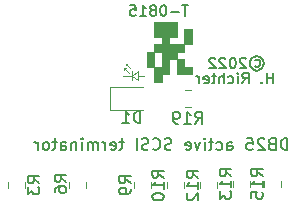
<source format=gbo>
%TF.GenerationSoftware,KiCad,Pcbnew,(5.1.6-0)*%
%TF.CreationDate,2022-09-04T14:31:22+02:00*%
%TF.ProjectId,ScsiTerm,53637369-5465-4726-9d2e-6b696361645f,rev?*%
%TF.SameCoordinates,Original*%
%TF.FileFunction,Legend,Bot*%
%TF.FilePolarity,Positive*%
%FSLAX46Y46*%
G04 Gerber Fmt 4.6, Leading zero omitted, Abs format (unit mm)*
G04 Created by KiCad (PCBNEW (5.1.6-0)) date 2022-09-04 14:31:22*
%MOMM*%
%LPD*%
G01*
G04 APERTURE LIST*
%ADD10C,0.150000*%
%ADD11C,0.120000*%
%ADD12C,0.100000*%
G04 APERTURE END LIST*
D10*
X161815857Y-53366142D02*
X161815857Y-52466142D01*
X161815857Y-52894714D02*
X161301571Y-52894714D01*
X161301571Y-53366142D02*
X161301571Y-52466142D01*
X160873000Y-53280428D02*
X160830142Y-53323285D01*
X160873000Y-53366142D01*
X160915857Y-53323285D01*
X160873000Y-53280428D01*
X160873000Y-53366142D01*
X159244428Y-53366142D02*
X159544428Y-52937571D01*
X159758714Y-53366142D02*
X159758714Y-52466142D01*
X159415857Y-52466142D01*
X159330142Y-52509000D01*
X159287285Y-52551857D01*
X159244428Y-52637571D01*
X159244428Y-52766142D01*
X159287285Y-52851857D01*
X159330142Y-52894714D01*
X159415857Y-52937571D01*
X159758714Y-52937571D01*
X158858714Y-53366142D02*
X158858714Y-52766142D01*
X158858714Y-52466142D02*
X158901571Y-52509000D01*
X158858714Y-52551857D01*
X158815857Y-52509000D01*
X158858714Y-52466142D01*
X158858714Y-52551857D01*
X158044428Y-53323285D02*
X158130142Y-53366142D01*
X158301571Y-53366142D01*
X158387285Y-53323285D01*
X158430142Y-53280428D01*
X158473000Y-53194714D01*
X158473000Y-52937571D01*
X158430142Y-52851857D01*
X158387285Y-52809000D01*
X158301571Y-52766142D01*
X158130142Y-52766142D01*
X158044428Y-52809000D01*
X157658714Y-53366142D02*
X157658714Y-52466142D01*
X157273000Y-53366142D02*
X157273000Y-52894714D01*
X157315857Y-52809000D01*
X157401571Y-52766142D01*
X157530142Y-52766142D01*
X157615857Y-52809000D01*
X157658714Y-52851857D01*
X156973000Y-52766142D02*
X156630142Y-52766142D01*
X156844428Y-52466142D02*
X156844428Y-53237571D01*
X156801571Y-53323285D01*
X156715857Y-53366142D01*
X156630142Y-53366142D01*
X155987285Y-53323285D02*
X156073000Y-53366142D01*
X156244428Y-53366142D01*
X156330142Y-53323285D01*
X156373000Y-53237571D01*
X156373000Y-52894714D01*
X156330142Y-52809000D01*
X156244428Y-52766142D01*
X156073000Y-52766142D01*
X155987285Y-52809000D01*
X155944428Y-52894714D01*
X155944428Y-52980428D01*
X156373000Y-53066142D01*
X155558714Y-53366142D02*
X155558714Y-52766142D01*
X155558714Y-52937571D02*
X155515857Y-52851857D01*
X155473000Y-52809000D01*
X155387285Y-52766142D01*
X155301571Y-52766142D01*
X163042857Y-58999380D02*
X163042857Y-57999380D01*
X162804761Y-57999380D01*
X162661904Y-58047000D01*
X162566666Y-58142238D01*
X162519047Y-58237476D01*
X162471428Y-58427952D01*
X162471428Y-58570809D01*
X162519047Y-58761285D01*
X162566666Y-58856523D01*
X162661904Y-58951761D01*
X162804761Y-58999380D01*
X163042857Y-58999380D01*
X161709523Y-58475571D02*
X161566666Y-58523190D01*
X161519047Y-58570809D01*
X161471428Y-58666047D01*
X161471428Y-58808904D01*
X161519047Y-58904142D01*
X161566666Y-58951761D01*
X161661904Y-58999380D01*
X162042857Y-58999380D01*
X162042857Y-57999380D01*
X161709523Y-57999380D01*
X161614285Y-58047000D01*
X161566666Y-58094619D01*
X161519047Y-58189857D01*
X161519047Y-58285095D01*
X161566666Y-58380333D01*
X161614285Y-58427952D01*
X161709523Y-58475571D01*
X162042857Y-58475571D01*
X161090476Y-58094619D02*
X161042857Y-58047000D01*
X160947619Y-57999380D01*
X160709523Y-57999380D01*
X160614285Y-58047000D01*
X160566666Y-58094619D01*
X160519047Y-58189857D01*
X160519047Y-58285095D01*
X160566666Y-58427952D01*
X161138095Y-58999380D01*
X160519047Y-58999380D01*
X159614285Y-57999380D02*
X160090476Y-57999380D01*
X160138095Y-58475571D01*
X160090476Y-58427952D01*
X159995238Y-58380333D01*
X159757142Y-58380333D01*
X159661904Y-58427952D01*
X159614285Y-58475571D01*
X159566666Y-58570809D01*
X159566666Y-58808904D01*
X159614285Y-58904142D01*
X159661904Y-58951761D01*
X159757142Y-58999380D01*
X159995238Y-58999380D01*
X160090476Y-58951761D01*
X160138095Y-58904142D01*
X157947619Y-58999380D02*
X157947619Y-58475571D01*
X157995238Y-58380333D01*
X158090476Y-58332714D01*
X158280952Y-58332714D01*
X158376190Y-58380333D01*
X157947619Y-58951761D02*
X158042857Y-58999380D01*
X158280952Y-58999380D01*
X158376190Y-58951761D01*
X158423809Y-58856523D01*
X158423809Y-58761285D01*
X158376190Y-58666047D01*
X158280952Y-58618428D01*
X158042857Y-58618428D01*
X157947619Y-58570809D01*
X157042857Y-58951761D02*
X157138095Y-58999380D01*
X157328571Y-58999380D01*
X157423809Y-58951761D01*
X157471428Y-58904142D01*
X157519047Y-58808904D01*
X157519047Y-58523190D01*
X157471428Y-58427952D01*
X157423809Y-58380333D01*
X157328571Y-58332714D01*
X157138095Y-58332714D01*
X157042857Y-58380333D01*
X156757142Y-58332714D02*
X156376190Y-58332714D01*
X156614285Y-57999380D02*
X156614285Y-58856523D01*
X156566666Y-58951761D01*
X156471428Y-58999380D01*
X156376190Y-58999380D01*
X156042857Y-58999380D02*
X156042857Y-58332714D01*
X156042857Y-57999380D02*
X156090476Y-58047000D01*
X156042857Y-58094619D01*
X155995238Y-58047000D01*
X156042857Y-57999380D01*
X156042857Y-58094619D01*
X155661904Y-58332714D02*
X155423809Y-58999380D01*
X155185714Y-58332714D01*
X154423809Y-58951761D02*
X154519047Y-58999380D01*
X154709523Y-58999380D01*
X154804761Y-58951761D01*
X154852380Y-58856523D01*
X154852380Y-58475571D01*
X154804761Y-58380333D01*
X154709523Y-58332714D01*
X154519047Y-58332714D01*
X154423809Y-58380333D01*
X154376190Y-58475571D01*
X154376190Y-58570809D01*
X154852380Y-58666047D01*
X153233333Y-58951761D02*
X153090476Y-58999380D01*
X152852380Y-58999380D01*
X152757142Y-58951761D01*
X152709523Y-58904142D01*
X152661904Y-58808904D01*
X152661904Y-58713666D01*
X152709523Y-58618428D01*
X152757142Y-58570809D01*
X152852380Y-58523190D01*
X153042857Y-58475571D01*
X153138095Y-58427952D01*
X153185714Y-58380333D01*
X153233333Y-58285095D01*
X153233333Y-58189857D01*
X153185714Y-58094619D01*
X153138095Y-58047000D01*
X153042857Y-57999380D01*
X152804761Y-57999380D01*
X152661904Y-58047000D01*
X151661904Y-58904142D02*
X151709523Y-58951761D01*
X151852380Y-58999380D01*
X151947619Y-58999380D01*
X152090476Y-58951761D01*
X152185714Y-58856523D01*
X152233333Y-58761285D01*
X152280952Y-58570809D01*
X152280952Y-58427952D01*
X152233333Y-58237476D01*
X152185714Y-58142238D01*
X152090476Y-58047000D01*
X151947619Y-57999380D01*
X151852380Y-57999380D01*
X151709523Y-58047000D01*
X151661904Y-58094619D01*
X151280952Y-58951761D02*
X151138095Y-58999380D01*
X150900000Y-58999380D01*
X150804761Y-58951761D01*
X150757142Y-58904142D01*
X150709523Y-58808904D01*
X150709523Y-58713666D01*
X150757142Y-58618428D01*
X150804761Y-58570809D01*
X150900000Y-58523190D01*
X151090476Y-58475571D01*
X151185714Y-58427952D01*
X151233333Y-58380333D01*
X151280952Y-58285095D01*
X151280952Y-58189857D01*
X151233333Y-58094619D01*
X151185714Y-58047000D01*
X151090476Y-57999380D01*
X150852380Y-57999380D01*
X150709523Y-58047000D01*
X150280952Y-58999380D02*
X150280952Y-57999380D01*
X149185714Y-58332714D02*
X148804761Y-58332714D01*
X149042857Y-57999380D02*
X149042857Y-58856523D01*
X148995238Y-58951761D01*
X148900000Y-58999380D01*
X148804761Y-58999380D01*
X148090476Y-58951761D02*
X148185714Y-58999380D01*
X148376190Y-58999380D01*
X148471428Y-58951761D01*
X148519047Y-58856523D01*
X148519047Y-58475571D01*
X148471428Y-58380333D01*
X148376190Y-58332714D01*
X148185714Y-58332714D01*
X148090476Y-58380333D01*
X148042857Y-58475571D01*
X148042857Y-58570809D01*
X148519047Y-58666047D01*
X147614285Y-58999380D02*
X147614285Y-58332714D01*
X147614285Y-58523190D02*
X147566666Y-58427952D01*
X147519047Y-58380333D01*
X147423809Y-58332714D01*
X147328571Y-58332714D01*
X146995238Y-58999380D02*
X146995238Y-58332714D01*
X146995238Y-58427952D02*
X146947619Y-58380333D01*
X146852380Y-58332714D01*
X146709523Y-58332714D01*
X146614285Y-58380333D01*
X146566666Y-58475571D01*
X146566666Y-58999380D01*
X146566666Y-58475571D02*
X146519047Y-58380333D01*
X146423809Y-58332714D01*
X146280952Y-58332714D01*
X146185714Y-58380333D01*
X146138095Y-58475571D01*
X146138095Y-58999380D01*
X145661904Y-58999380D02*
X145661904Y-58332714D01*
X145661904Y-57999380D02*
X145709523Y-58047000D01*
X145661904Y-58094619D01*
X145614285Y-58047000D01*
X145661904Y-57999380D01*
X145661904Y-58094619D01*
X145185714Y-58332714D02*
X145185714Y-58999380D01*
X145185714Y-58427952D02*
X145138095Y-58380333D01*
X145042857Y-58332714D01*
X144900000Y-58332714D01*
X144804761Y-58380333D01*
X144757142Y-58475571D01*
X144757142Y-58999380D01*
X143852380Y-58999380D02*
X143852380Y-58475571D01*
X143900000Y-58380333D01*
X143995238Y-58332714D01*
X144185714Y-58332714D01*
X144280952Y-58380333D01*
X143852380Y-58951761D02*
X143947619Y-58999380D01*
X144185714Y-58999380D01*
X144280952Y-58951761D01*
X144328571Y-58856523D01*
X144328571Y-58761285D01*
X144280952Y-58666047D01*
X144185714Y-58618428D01*
X143947619Y-58618428D01*
X143852380Y-58570809D01*
X143519047Y-58332714D02*
X143138095Y-58332714D01*
X143376190Y-57999380D02*
X143376190Y-58856523D01*
X143328571Y-58951761D01*
X143233333Y-58999380D01*
X143138095Y-58999380D01*
X142661904Y-58999380D02*
X142757142Y-58951761D01*
X142804761Y-58904142D01*
X142852380Y-58808904D01*
X142852380Y-58523190D01*
X142804761Y-58427952D01*
X142757142Y-58380333D01*
X142661904Y-58332714D01*
X142519047Y-58332714D01*
X142423809Y-58380333D01*
X142376190Y-58427952D01*
X142328571Y-58523190D01*
X142328571Y-58808904D01*
X142376190Y-58904142D01*
X142423809Y-58951761D01*
X142519047Y-58999380D01*
X142661904Y-58999380D01*
X141900000Y-58999380D02*
X141900000Y-58332714D01*
X141900000Y-58523190D02*
X141852380Y-58427952D01*
X141804761Y-58380333D01*
X141709523Y-58332714D01*
X141614285Y-58332714D01*
X160292857Y-51410428D02*
X160378571Y-51367571D01*
X160550000Y-51367571D01*
X160635714Y-51410428D01*
X160721428Y-51496142D01*
X160764285Y-51581857D01*
X160764285Y-51753285D01*
X160721428Y-51839000D01*
X160635714Y-51924714D01*
X160550000Y-51967571D01*
X160378571Y-51967571D01*
X160292857Y-51924714D01*
X160464285Y-51067571D02*
X160678571Y-51110428D01*
X160892857Y-51239000D01*
X161021428Y-51453285D01*
X161064285Y-51667571D01*
X161021428Y-51881857D01*
X160892857Y-52096142D01*
X160678571Y-52224714D01*
X160464285Y-52267571D01*
X160250000Y-52224714D01*
X160035714Y-52096142D01*
X159907142Y-51881857D01*
X159864285Y-51667571D01*
X159907142Y-51453285D01*
X160035714Y-51239000D01*
X160250000Y-51110428D01*
X160464285Y-51067571D01*
X159521428Y-51281857D02*
X159478571Y-51239000D01*
X159392857Y-51196142D01*
X159178571Y-51196142D01*
X159092857Y-51239000D01*
X159050000Y-51281857D01*
X159007142Y-51367571D01*
X159007142Y-51453285D01*
X159050000Y-51581857D01*
X159564285Y-52096142D01*
X159007142Y-52096142D01*
X158450000Y-51196142D02*
X158364285Y-51196142D01*
X158278571Y-51239000D01*
X158235714Y-51281857D01*
X158192857Y-51367571D01*
X158150000Y-51539000D01*
X158150000Y-51753285D01*
X158192857Y-51924714D01*
X158235714Y-52010428D01*
X158278571Y-52053285D01*
X158364285Y-52096142D01*
X158450000Y-52096142D01*
X158535714Y-52053285D01*
X158578571Y-52010428D01*
X158621428Y-51924714D01*
X158664285Y-51753285D01*
X158664285Y-51539000D01*
X158621428Y-51367571D01*
X158578571Y-51281857D01*
X158535714Y-51239000D01*
X158450000Y-51196142D01*
X157807142Y-51281857D02*
X157764285Y-51239000D01*
X157678571Y-51196142D01*
X157464285Y-51196142D01*
X157378571Y-51239000D01*
X157335714Y-51281857D01*
X157292857Y-51367571D01*
X157292857Y-51453285D01*
X157335714Y-51581857D01*
X157850000Y-52096142D01*
X157292857Y-52096142D01*
X156950000Y-51281857D02*
X156907142Y-51239000D01*
X156821428Y-51196142D01*
X156607142Y-51196142D01*
X156521428Y-51239000D01*
X156478571Y-51281857D01*
X156435714Y-51367571D01*
X156435714Y-51453285D01*
X156478571Y-51581857D01*
X156992857Y-52096142D01*
X156435714Y-52096142D01*
X154674571Y-46751142D02*
X154160285Y-46751142D01*
X154417428Y-47651142D02*
X154417428Y-46751142D01*
X153860285Y-47308285D02*
X153174571Y-47308285D01*
X152574571Y-46751142D02*
X152488857Y-46751142D01*
X152403142Y-46794000D01*
X152360285Y-46836857D01*
X152317428Y-46922571D01*
X152274571Y-47094000D01*
X152274571Y-47308285D01*
X152317428Y-47479714D01*
X152360285Y-47565428D01*
X152403142Y-47608285D01*
X152488857Y-47651142D01*
X152574571Y-47651142D01*
X152660285Y-47608285D01*
X152703142Y-47565428D01*
X152746000Y-47479714D01*
X152788857Y-47308285D01*
X152788857Y-47094000D01*
X152746000Y-46922571D01*
X152703142Y-46836857D01*
X152660285Y-46794000D01*
X152574571Y-46751142D01*
X151760285Y-47136857D02*
X151846000Y-47094000D01*
X151888857Y-47051142D01*
X151931714Y-46965428D01*
X151931714Y-46922571D01*
X151888857Y-46836857D01*
X151846000Y-46794000D01*
X151760285Y-46751142D01*
X151588857Y-46751142D01*
X151503142Y-46794000D01*
X151460285Y-46836857D01*
X151417428Y-46922571D01*
X151417428Y-46965428D01*
X151460285Y-47051142D01*
X151503142Y-47094000D01*
X151588857Y-47136857D01*
X151760285Y-47136857D01*
X151846000Y-47179714D01*
X151888857Y-47222571D01*
X151931714Y-47308285D01*
X151931714Y-47479714D01*
X151888857Y-47565428D01*
X151846000Y-47608285D01*
X151760285Y-47651142D01*
X151588857Y-47651142D01*
X151503142Y-47608285D01*
X151460285Y-47565428D01*
X151417428Y-47479714D01*
X151417428Y-47308285D01*
X151460285Y-47222571D01*
X151503142Y-47179714D01*
X151588857Y-47136857D01*
X150560285Y-47651142D02*
X151074571Y-47651142D01*
X150817428Y-47651142D02*
X150817428Y-46751142D01*
X150903142Y-46879714D01*
X150988857Y-46965428D01*
X151074571Y-47008285D01*
X149746000Y-46751142D02*
X150174571Y-46751142D01*
X150217428Y-47179714D01*
X150174571Y-47136857D01*
X150088857Y-47094000D01*
X149874571Y-47094000D01*
X149788857Y-47136857D01*
X149746000Y-47179714D01*
X149703142Y-47265428D01*
X149703142Y-47479714D01*
X149746000Y-47565428D01*
X149788857Y-47608285D01*
X149874571Y-47651142D01*
X150088857Y-47651142D01*
X150174571Y-47608285D01*
X150217428Y-47565428D01*
D11*
X149352000Y-51689000D02*
X149352000Y-51816000D01*
X149479000Y-51689000D02*
X149352000Y-51689000D01*
X149352000Y-51689000D02*
X149479000Y-51689000D01*
X149733000Y-52070000D02*
X149352000Y-51689000D01*
X149352000Y-51689000D02*
X149733000Y-52070000D01*
X149225000Y-52070000D02*
X149352000Y-52070000D01*
X149225000Y-52070000D02*
X149225000Y-52197000D01*
X149606000Y-52451000D02*
X149225000Y-52070000D01*
X150495000Y-52705000D02*
X150876000Y-52705000D01*
X150368000Y-52705000D02*
X150495000Y-52705000D01*
X150495000Y-52705000D02*
X150368000Y-52705000D01*
X149860000Y-52705000D02*
X149098000Y-52705000D01*
X149860000Y-52324000D02*
X149860000Y-53086000D01*
X149860000Y-52705000D02*
X150368000Y-52324000D01*
X150368000Y-53086000D02*
X149860000Y-52705000D01*
X150368000Y-52324000D02*
X150368000Y-53086000D01*
D12*
%TO.C,REF\u002A\u002A*%
G36*
X153670000Y-48133000D02*
G01*
X151765000Y-48133000D01*
X151765000Y-49403000D01*
X153670000Y-49403000D01*
X153670000Y-48133000D01*
G37*
X153670000Y-48133000D02*
X151765000Y-48133000D01*
X151765000Y-49403000D01*
X153670000Y-49403000D01*
X153670000Y-48133000D01*
G36*
X153035000Y-49403000D02*
G01*
X153035000Y-50038000D01*
X152400000Y-50038000D01*
X152400000Y-49403000D01*
X153035000Y-49403000D01*
G37*
X153035000Y-49403000D02*
X153035000Y-50038000D01*
X152400000Y-50038000D01*
X152400000Y-49403000D01*
X153035000Y-49403000D01*
G36*
X153670000Y-50038000D02*
G01*
X154305000Y-50038000D01*
X154305000Y-50673000D01*
X153670000Y-50673000D01*
X153670000Y-50038000D01*
G37*
X153670000Y-50038000D02*
X154305000Y-50038000D01*
X154305000Y-50673000D01*
X153670000Y-50673000D01*
X153670000Y-50038000D01*
G36*
X154305000Y-50038000D02*
G01*
X154305000Y-48768000D01*
X154940000Y-48768000D01*
X154940000Y-50038000D01*
X154305000Y-50038000D01*
G37*
X154305000Y-50038000D02*
X154305000Y-48768000D01*
X154940000Y-48768000D01*
X154940000Y-50038000D01*
X154305000Y-50038000D01*
G36*
X153670000Y-50038000D02*
G01*
X151765000Y-50038000D01*
X151765000Y-50673000D01*
X153670000Y-50673000D01*
X153670000Y-50038000D01*
G37*
X153670000Y-50038000D02*
X151765000Y-50038000D01*
X151765000Y-50673000D01*
X153670000Y-50673000D01*
X153670000Y-50038000D01*
G36*
X151765000Y-50673000D02*
G01*
X151765000Y-51943000D01*
X151130000Y-51943000D01*
X151130000Y-50673000D01*
X151765000Y-50673000D01*
G37*
X151765000Y-50673000D02*
X151765000Y-51943000D01*
X151130000Y-51943000D01*
X151130000Y-50673000D01*
X151765000Y-50673000D01*
G36*
X152400000Y-50673000D02*
G01*
X152400000Y-51308000D01*
X153670000Y-51308000D01*
X153670000Y-50673000D01*
X152400000Y-50673000D01*
G37*
X152400000Y-50673000D02*
X152400000Y-51308000D01*
X153670000Y-51308000D01*
X153670000Y-50673000D01*
X152400000Y-50673000D01*
G36*
X152400000Y-51308000D02*
G01*
X152400000Y-52578000D01*
X153035000Y-52578000D01*
X153035000Y-51308000D01*
X152400000Y-51308000D01*
G37*
X152400000Y-51308000D02*
X152400000Y-52578000D01*
X153035000Y-52578000D01*
X153035000Y-51308000D01*
X152400000Y-51308000D01*
G36*
X152400000Y-51943000D02*
G01*
X151765000Y-51943000D01*
X151765000Y-53213000D01*
X152400000Y-53213000D01*
X152400000Y-51943000D01*
G37*
X152400000Y-51943000D02*
X151765000Y-51943000D01*
X151765000Y-53213000D01*
X152400000Y-53213000D01*
X152400000Y-51943000D01*
G36*
X153670000Y-51308000D02*
G01*
X153670000Y-51943000D01*
X154305000Y-51943000D01*
X154305000Y-51308000D01*
X153670000Y-51308000D01*
G37*
X153670000Y-51308000D02*
X153670000Y-51943000D01*
X154305000Y-51943000D01*
X154305000Y-51308000D01*
X153670000Y-51308000D01*
G36*
X153670000Y-51943000D02*
G01*
X153670000Y-52578000D01*
X154940000Y-52578000D01*
X154940000Y-51943000D01*
X153670000Y-51943000D01*
G37*
X153670000Y-51943000D02*
X153670000Y-52578000D01*
X154940000Y-52578000D01*
X154940000Y-51943000D01*
X153670000Y-51943000D01*
D11*
%TO.C,R19*%
X154343748Y-53945000D02*
X154866252Y-53945000D01*
X154343748Y-55365000D02*
X154866252Y-55365000D01*
%TO.C,D1*%
X148000000Y-53650000D02*
X150860000Y-53650000D01*
X148000000Y-55570000D02*
X148000000Y-53650000D01*
X150860000Y-55570000D02*
X148000000Y-55570000D01*
%TO.C,R15*%
X161088000Y-62110252D02*
X161088000Y-61587748D01*
X162508000Y-62110252D02*
X162508000Y-61587748D01*
%TO.C,R13*%
X158421000Y-62110252D02*
X158421000Y-61587748D01*
X159841000Y-62110252D02*
X159841000Y-61587748D01*
%TO.C,R12*%
X155627000Y-62246252D02*
X155627000Y-61723748D01*
X157047000Y-62246252D02*
X157047000Y-61723748D01*
%TO.C,R10*%
X152833000Y-62246252D02*
X152833000Y-61723748D01*
X154253000Y-62246252D02*
X154253000Y-61723748D01*
%TO.C,R9*%
X151459000Y-61714748D02*
X151459000Y-62237252D01*
X150039000Y-61714748D02*
X150039000Y-62237252D01*
%TO.C,R6*%
X145998000Y-61705748D02*
X145998000Y-62228252D01*
X144578000Y-61705748D02*
X144578000Y-62228252D01*
%TO.C,R3*%
X140791000Y-61705748D02*
X140791000Y-62228252D01*
X139371000Y-61705748D02*
X139371000Y-62228252D01*
%TO.C,R19*%
D10*
X155247857Y-56757380D02*
X155581190Y-56281190D01*
X155819285Y-56757380D02*
X155819285Y-55757380D01*
X155438333Y-55757380D01*
X155343095Y-55805000D01*
X155295476Y-55852619D01*
X155247857Y-55947857D01*
X155247857Y-56090714D01*
X155295476Y-56185952D01*
X155343095Y-56233571D01*
X155438333Y-56281190D01*
X155819285Y-56281190D01*
X154295476Y-56757380D02*
X154866904Y-56757380D01*
X154581190Y-56757380D02*
X154581190Y-55757380D01*
X154676428Y-55900238D01*
X154771666Y-55995476D01*
X154866904Y-56043095D01*
X153819285Y-56757380D02*
X153628809Y-56757380D01*
X153533571Y-56709761D01*
X153485952Y-56662142D01*
X153390714Y-56519285D01*
X153343095Y-56328809D01*
X153343095Y-55947857D01*
X153390714Y-55852619D01*
X153438333Y-55805000D01*
X153533571Y-55757380D01*
X153724047Y-55757380D01*
X153819285Y-55805000D01*
X153866904Y-55852619D01*
X153914523Y-55947857D01*
X153914523Y-56185952D01*
X153866904Y-56281190D01*
X153819285Y-56328809D01*
X153724047Y-56376428D01*
X153533571Y-56376428D01*
X153438333Y-56328809D01*
X153390714Y-56281190D01*
X153343095Y-56185952D01*
%TO.C,D1*%
X150598095Y-56712380D02*
X150598095Y-55712380D01*
X150360000Y-55712380D01*
X150217142Y-55760000D01*
X150121904Y-55855238D01*
X150074285Y-55950476D01*
X150026666Y-56140952D01*
X150026666Y-56283809D01*
X150074285Y-56474285D01*
X150121904Y-56569523D01*
X150217142Y-56664761D01*
X150360000Y-56712380D01*
X150598095Y-56712380D01*
X149074285Y-56712380D02*
X149645714Y-56712380D01*
X149360000Y-56712380D02*
X149360000Y-55712380D01*
X149455238Y-55855238D01*
X149550476Y-55950476D01*
X149645714Y-55998095D01*
%TO.C,R15*%
X160980380Y-61206142D02*
X160504190Y-60872809D01*
X160980380Y-60634714D02*
X159980380Y-60634714D01*
X159980380Y-61015666D01*
X160028000Y-61110904D01*
X160075619Y-61158523D01*
X160170857Y-61206142D01*
X160313714Y-61206142D01*
X160408952Y-61158523D01*
X160456571Y-61110904D01*
X160504190Y-61015666D01*
X160504190Y-60634714D01*
X160980380Y-62158523D02*
X160980380Y-61587095D01*
X160980380Y-61872809D02*
X159980380Y-61872809D01*
X160123238Y-61777571D01*
X160218476Y-61682333D01*
X160266095Y-61587095D01*
X159980380Y-63063285D02*
X159980380Y-62587095D01*
X160456571Y-62539476D01*
X160408952Y-62587095D01*
X160361333Y-62682333D01*
X160361333Y-62920428D01*
X160408952Y-63015666D01*
X160456571Y-63063285D01*
X160551809Y-63110904D01*
X160789904Y-63110904D01*
X160885142Y-63063285D01*
X160932761Y-63015666D01*
X160980380Y-62920428D01*
X160980380Y-62682333D01*
X160932761Y-62587095D01*
X160885142Y-62539476D01*
%TO.C,R13*%
X158313380Y-61206142D02*
X157837190Y-60872809D01*
X158313380Y-60634714D02*
X157313380Y-60634714D01*
X157313380Y-61015666D01*
X157361000Y-61110904D01*
X157408619Y-61158523D01*
X157503857Y-61206142D01*
X157646714Y-61206142D01*
X157741952Y-61158523D01*
X157789571Y-61110904D01*
X157837190Y-61015666D01*
X157837190Y-60634714D01*
X158313380Y-62158523D02*
X158313380Y-61587095D01*
X158313380Y-61872809D02*
X157313380Y-61872809D01*
X157456238Y-61777571D01*
X157551476Y-61682333D01*
X157599095Y-61587095D01*
X157313380Y-62491857D02*
X157313380Y-63110904D01*
X157694333Y-62777571D01*
X157694333Y-62920428D01*
X157741952Y-63015666D01*
X157789571Y-63063285D01*
X157884809Y-63110904D01*
X158122904Y-63110904D01*
X158218142Y-63063285D01*
X158265761Y-63015666D01*
X158313380Y-62920428D01*
X158313380Y-62634714D01*
X158265761Y-62539476D01*
X158218142Y-62491857D01*
%TO.C,R12*%
X155519380Y-61342142D02*
X155043190Y-61008809D01*
X155519380Y-60770714D02*
X154519380Y-60770714D01*
X154519380Y-61151666D01*
X154567000Y-61246904D01*
X154614619Y-61294523D01*
X154709857Y-61342142D01*
X154852714Y-61342142D01*
X154947952Y-61294523D01*
X154995571Y-61246904D01*
X155043190Y-61151666D01*
X155043190Y-60770714D01*
X155519380Y-62294523D02*
X155519380Y-61723095D01*
X155519380Y-62008809D02*
X154519380Y-62008809D01*
X154662238Y-61913571D01*
X154757476Y-61818333D01*
X154805095Y-61723095D01*
X154614619Y-62675476D02*
X154567000Y-62723095D01*
X154519380Y-62818333D01*
X154519380Y-63056428D01*
X154567000Y-63151666D01*
X154614619Y-63199285D01*
X154709857Y-63246904D01*
X154805095Y-63246904D01*
X154947952Y-63199285D01*
X155519380Y-62627857D01*
X155519380Y-63246904D01*
%TO.C,R10*%
X152598380Y-61333142D02*
X152122190Y-60999809D01*
X152598380Y-60761714D02*
X151598380Y-60761714D01*
X151598380Y-61142666D01*
X151646000Y-61237904D01*
X151693619Y-61285523D01*
X151788857Y-61333142D01*
X151931714Y-61333142D01*
X152026952Y-61285523D01*
X152074571Y-61237904D01*
X152122190Y-61142666D01*
X152122190Y-60761714D01*
X152598380Y-62285523D02*
X152598380Y-61714095D01*
X152598380Y-61999809D02*
X151598380Y-61999809D01*
X151741238Y-61904571D01*
X151836476Y-61809333D01*
X151884095Y-61714095D01*
X151598380Y-62904571D02*
X151598380Y-62999809D01*
X151646000Y-63095047D01*
X151693619Y-63142666D01*
X151788857Y-63190285D01*
X151979333Y-63237904D01*
X152217428Y-63237904D01*
X152407904Y-63190285D01*
X152503142Y-63142666D01*
X152550761Y-63095047D01*
X152598380Y-62999809D01*
X152598380Y-62904571D01*
X152550761Y-62809333D01*
X152503142Y-62761714D01*
X152407904Y-62714095D01*
X152217428Y-62666476D01*
X151979333Y-62666476D01*
X151788857Y-62714095D01*
X151693619Y-62761714D01*
X151646000Y-62809333D01*
X151598380Y-62904571D01*
%TO.C,R9*%
X149804380Y-61809333D02*
X149328190Y-61476000D01*
X149804380Y-61237904D02*
X148804380Y-61237904D01*
X148804380Y-61618857D01*
X148852000Y-61714095D01*
X148899619Y-61761714D01*
X148994857Y-61809333D01*
X149137714Y-61809333D01*
X149232952Y-61761714D01*
X149280571Y-61714095D01*
X149328190Y-61618857D01*
X149328190Y-61237904D01*
X149804380Y-62285523D02*
X149804380Y-62476000D01*
X149756761Y-62571238D01*
X149709142Y-62618857D01*
X149566285Y-62714095D01*
X149375809Y-62761714D01*
X148994857Y-62761714D01*
X148899619Y-62714095D01*
X148852000Y-62666476D01*
X148804380Y-62571238D01*
X148804380Y-62380761D01*
X148852000Y-62285523D01*
X148899619Y-62237904D01*
X148994857Y-62190285D01*
X149232952Y-62190285D01*
X149328190Y-62237904D01*
X149375809Y-62285523D01*
X149423428Y-62380761D01*
X149423428Y-62571238D01*
X149375809Y-62666476D01*
X149328190Y-62714095D01*
X149232952Y-62761714D01*
%TO.C,R6*%
X144343380Y-61682333D02*
X143867190Y-61349000D01*
X144343380Y-61110904D02*
X143343380Y-61110904D01*
X143343380Y-61491857D01*
X143391000Y-61587095D01*
X143438619Y-61634714D01*
X143533857Y-61682333D01*
X143676714Y-61682333D01*
X143771952Y-61634714D01*
X143819571Y-61587095D01*
X143867190Y-61491857D01*
X143867190Y-61110904D01*
X143343380Y-62539476D02*
X143343380Y-62349000D01*
X143391000Y-62253761D01*
X143438619Y-62206142D01*
X143581476Y-62110904D01*
X143771952Y-62063285D01*
X144152904Y-62063285D01*
X144248142Y-62110904D01*
X144295761Y-62158523D01*
X144343380Y-62253761D01*
X144343380Y-62444238D01*
X144295761Y-62539476D01*
X144248142Y-62587095D01*
X144152904Y-62634714D01*
X143914809Y-62634714D01*
X143819571Y-62587095D01*
X143771952Y-62539476D01*
X143724333Y-62444238D01*
X143724333Y-62253761D01*
X143771952Y-62158523D01*
X143819571Y-62110904D01*
X143914809Y-62063285D01*
%TO.C,R3*%
X142057380Y-61809333D02*
X141581190Y-61476000D01*
X142057380Y-61237904D02*
X141057380Y-61237904D01*
X141057380Y-61618857D01*
X141105000Y-61714095D01*
X141152619Y-61761714D01*
X141247857Y-61809333D01*
X141390714Y-61809333D01*
X141485952Y-61761714D01*
X141533571Y-61714095D01*
X141581190Y-61618857D01*
X141581190Y-61237904D01*
X141057380Y-62142666D02*
X141057380Y-62761714D01*
X141438333Y-62428380D01*
X141438333Y-62571238D01*
X141485952Y-62666476D01*
X141533571Y-62714095D01*
X141628809Y-62761714D01*
X141866904Y-62761714D01*
X141962142Y-62714095D01*
X142009761Y-62666476D01*
X142057380Y-62571238D01*
X142057380Y-62285523D01*
X142009761Y-62190285D01*
X141962142Y-62142666D01*
%TD*%
M02*

</source>
